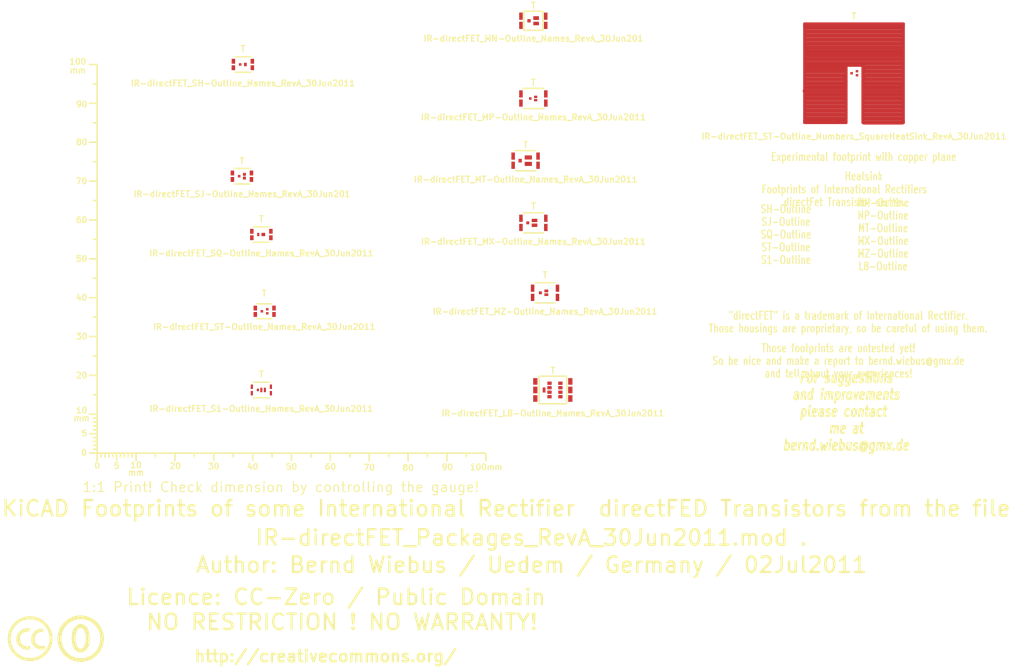
<source format=kicad_pcb>
(kicad_pcb (version 3) (host pcbnew "(2013-03-30 BZR 4007)-stable")

  (general
    (links 0)
    (no_connects 0)
    (area -12.40696 24.91232 289.553066 198.1694)
    (thickness 1.6002)
    (drawings 14)
    (tracks 0)
    (zones 0)
    (modules 15)
    (nets 1)
  )

  (page A4)
  (layers
    (15 Vorderseite signal)
    (0 Rückseite signal)
    (16 B.Adhes user)
    (17 F.Adhes user)
    (18 B.Paste user)
    (19 F.Paste user)
    (20 B.SilkS user)
    (21 F.SilkS user)
    (22 B.Mask user)
    (23 F.Mask user)
    (24 Dwgs.User user)
    (25 Cmts.User user)
    (26 Eco1.User user)
    (27 Eco2.User user)
    (28 Edge.Cuts user)
  )

  (setup
    (last_trace_width 0.2032)
    (trace_clearance 0.254)
    (zone_clearance 0.508)
    (zone_45_only no)
    (trace_min 0.2032)
    (segment_width 0.381)
    (edge_width 0.381)
    (via_size 0.889)
    (via_drill 0.635)
    (via_min_size 0.889)
    (via_min_drill 0.508)
    (uvia_size 0.508)
    (uvia_drill 0.127)
    (uvias_allowed no)
    (uvia_min_size 0.508)
    (uvia_min_drill 0.127)
    (pcb_text_width 0.3048)
    (pcb_text_size 1.524 2.032)
    (mod_edge_width 0.381)
    (mod_text_size 1.524 1.524)
    (mod_text_width 0.3048)
    (pad_size 1.524 1.524)
    (pad_drill 0.8128)
    (pad_to_mask_clearance 0.254)
    (aux_axis_origin 0 0)
    (visible_elements 7FFFFFFF)
    (pcbplotparams
      (layerselection 3178497)
      (usegerberextensions true)
      (excludeedgelayer true)
      (linewidth 60)
      (plotframeref false)
      (viasonmask false)
      (mode 1)
      (useauxorigin false)
      (hpglpennumber 1)
      (hpglpenspeed 20)
      (hpglpendiameter 15)
      (hpglpenoverlay 0)
      (psnegative false)
      (psa4output false)
      (plotreference true)
      (plotvalue true)
      (plotothertext true)
      (plotinvisibletext false)
      (padsonsilk false)
      (subtractmaskfromsilk false)
      (outputformat 1)
      (mirror false)
      (drillshape 1)
      (scaleselection 1)
      (outputdirectory ""))
  )

  (net 0 "")

  (net_class Default "Dies ist die voreingestellte Netzklasse."
    (clearance 0.254)
    (trace_width 0.2032)
    (via_dia 0.889)
    (via_drill 0.635)
    (uvia_dia 0.508)
    (uvia_drill 0.127)
    (add_net "")
  )

  (module Gauge_100mm_Type2_SilkScreenTop_RevA_Date22Jun2010 (layer Vorderseite) (tedit 4D963937) (tstamp 4D88F07A)
    (at 42.75074 141.2494)
    (descr "Gauge, Massstab, 100mm, SilkScreenTop, Type 2,")
    (tags "Gauge, Massstab, 100mm, SilkScreenTop, Type 2,")
    (path Gauge_100mm_Type2_SilkScreenTop_RevA_Date22Jun2010)
    (fp_text reference MSC (at 4.0005 8.99922) (layer F.SilkS) hide
      (effects (font (size 1.524 1.524) (thickness 0.3048)))
    )
    (fp_text value Gauge_100mm_Type2_SilkScreenTop_RevA_Date22Jun2010 (at 45.9994 8.99922) (layer F.SilkS) hide
      (effects (font (size 1.524 1.524) (thickness 0.3048)))
    )
    (fp_text user mm (at 9.99998 5.00126) (layer F.SilkS)
      (effects (font (size 1.524 1.524) (thickness 0.3048)))
    )
    (fp_text user mm (at -4.0005 -8.99922) (layer F.SilkS)
      (effects (font (size 1.524 1.524) (thickness 0.3048)))
    )
    (fp_text user mm (at -5.00126 -98.5012) (layer F.SilkS)
      (effects (font (size 1.524 1.524) (thickness 0.3048)))
    )
    (fp_text user 10 (at 10.00506 3.0988) (layer F.SilkS)
      (effects (font (size 1.50114 1.50114) (thickness 0.29972)))
    )
    (fp_text user 0 (at 0.00508 3.19786) (layer F.SilkS)
      (effects (font (size 1.39954 1.50114) (thickness 0.29972)))
    )
    (fp_text user 5 (at 5.0038 3.29946) (layer F.SilkS)
      (effects (font (size 1.50114 1.50114) (thickness 0.29972)))
    )
    (fp_text user 20 (at 20.1041 3.29946) (layer F.SilkS)
      (effects (font (size 1.50114 1.50114) (thickness 0.29972)))
    )
    (fp_text user 30 (at 30.00502 3.39852) (layer F.SilkS)
      (effects (font (size 1.50114 1.50114) (thickness 0.29972)))
    )
    (fp_text user 40 (at 40.005 3.50012) (layer F.SilkS)
      (effects (font (size 1.50114 1.50114) (thickness 0.29972)))
    )
    (fp_text user 50 (at 50.00498 3.50012) (layer F.SilkS)
      (effects (font (size 1.50114 1.50114) (thickness 0.29972)))
    )
    (fp_text user 60 (at 60.00496 3.50012) (layer F.SilkS)
      (effects (font (size 1.50114 1.50114) (thickness 0.29972)))
    )
    (fp_text user 70 (at 70.00494 3.70078) (layer F.SilkS)
      (effects (font (size 1.50114 1.50114) (thickness 0.29972)))
    )
    (fp_text user 80 (at 80.00492 3.79984) (layer F.SilkS)
      (effects (font (size 1.50114 1.50114) (thickness 0.29972)))
    )
    (fp_text user 90 (at 90.1065 3.60172) (layer F.SilkS)
      (effects (font (size 1.50114 1.50114) (thickness 0.29972)))
    )
    (fp_text user 100mm (at 100.10648 3.60172) (layer F.SilkS)
      (effects (font (size 1.50114 1.50114) (thickness 0.29972)))
    )
    (fp_line (start 0 -8.99922) (end -1.00076 -8.99922) (layer F.SilkS) (width 0.381))
    (fp_line (start 0 -8.001) (end -1.00076 -8.001) (layer F.SilkS) (width 0.381))
    (fp_line (start 0 -7.00024) (end -1.00076 -7.00024) (layer F.SilkS) (width 0.381))
    (fp_line (start 0 -5.99948) (end -1.00076 -5.99948) (layer F.SilkS) (width 0.381))
    (fp_line (start 0 -4.0005) (end -1.00076 -4.0005) (layer F.SilkS) (width 0.381))
    (fp_line (start 0 -2.99974) (end -1.00076 -2.99974) (layer F.SilkS) (width 0.381))
    (fp_line (start 0 -1.99898) (end -1.00076 -1.99898) (layer F.SilkS) (width 0.381))
    (fp_line (start 0 -1.00076) (end -1.00076 -1.00076) (layer F.SilkS) (width 0.381))
    (fp_line (start 0 0) (end -1.99898 0) (layer F.SilkS) (width 0.381))
    (fp_line (start 0 -5.00126) (end -1.99898 -5.00126) (layer F.SilkS) (width 0.381))
    (fp_line (start 0 -9.99998) (end -1.99898 -9.99998) (layer F.SilkS) (width 0.381))
    (fp_line (start 0 -15.00124) (end -1.00076 -15.00124) (layer F.SilkS) (width 0.381))
    (fp_line (start 0 -19.99996) (end -1.99898 -19.99996) (layer F.SilkS) (width 0.381))
    (fp_line (start 0 -25.00122) (end -1.00076 -25.00122) (layer F.SilkS) (width 0.381))
    (fp_line (start 0 -29.99994) (end -1.99898 -29.99994) (layer F.SilkS) (width 0.381))
    (fp_line (start 0 -35.0012) (end -1.00076 -35.0012) (layer F.SilkS) (width 0.381))
    (fp_line (start 0 -39.99992) (end -1.99898 -39.99992) (layer F.SilkS) (width 0.381))
    (fp_line (start 0 -45.00118) (end -1.00076 -45.00118) (layer F.SilkS) (width 0.381))
    (fp_line (start 0 -49.9999) (end -1.99898 -49.9999) (layer F.SilkS) (width 0.381))
    (fp_line (start 0 -55.00116) (end -1.00076 -55.00116) (layer F.SilkS) (width 0.381))
    (fp_line (start 0 -59.99988) (end -1.99898 -59.99988) (layer F.SilkS) (width 0.381))
    (fp_line (start 0 -65.00114) (end -1.00076 -65.00114) (layer F.SilkS) (width 0.381))
    (fp_line (start 0 -69.99986) (end -1.99898 -69.99986) (layer F.SilkS) (width 0.381))
    (fp_line (start 0 -75.00112) (end -1.00076 -75.00112) (layer F.SilkS) (width 0.381))
    (fp_line (start 0 -79.99984) (end -1.99898 -79.99984) (layer F.SilkS) (width 0.381))
    (fp_line (start 0 -85.0011) (end -1.00076 -85.0011) (layer F.SilkS) (width 0.381))
    (fp_line (start 0 -89.99982) (end -1.99898 -89.99982) (layer F.SilkS) (width 0.381))
    (fp_line (start 0 -95.00108) (end -1.00076 -95.00108) (layer F.SilkS) (width 0.381))
    (fp_line (start 0 0) (end 0 -99.9998) (layer F.SilkS) (width 0.381))
    (fp_line (start 0 -99.9998) (end -1.99898 -99.9998) (layer F.SilkS) (width 0.381))
    (fp_text user 100 (at -4.99872 -100.7491) (layer F.SilkS)
      (effects (font (size 1.50114 1.50114) (thickness 0.29972)))
    )
    (fp_text user 90 (at -4.0005 -89.7509) (layer F.SilkS)
      (effects (font (size 1.50114 1.50114) (thickness 0.29972)))
    )
    (fp_text user 80 (at -4.0005 -79.99984) (layer F.SilkS)
      (effects (font (size 1.50114 1.50114) (thickness 0.29972)))
    )
    (fp_text user 70 (at -4.0005 -69.99986) (layer F.SilkS)
      (effects (font (size 1.50114 1.50114) (thickness 0.29972)))
    )
    (fp_text user 60 (at -4.0005 -59.99988) (layer F.SilkS)
      (effects (font (size 1.50114 1.50114) (thickness 0.29972)))
    )
    (fp_text user 50 (at -4.0005 -49.9999) (layer F.SilkS)
      (effects (font (size 1.50114 1.50114) (thickness 0.34036)))
    )
    (fp_text user 40 (at -4.0005 -39.99992) (layer F.SilkS)
      (effects (font (size 1.50114 1.50114) (thickness 0.29972)))
    )
    (fp_text user 30 (at -4.0005 -29.99994) (layer F.SilkS)
      (effects (font (size 1.50114 1.50114) (thickness 0.29972)))
    )
    (fp_text user 20 (at -4.0005 -19.99996) (layer F.SilkS)
      (effects (font (size 1.50114 1.50114) (thickness 0.29972)))
    )
    (fp_line (start 95.00108 0) (end 95.00108 1.00076) (layer F.SilkS) (width 0.381))
    (fp_line (start 89.99982 0) (end 89.99982 1.99898) (layer F.SilkS) (width 0.381))
    (fp_line (start 85.0011 0) (end 85.0011 1.00076) (layer F.SilkS) (width 0.381))
    (fp_line (start 79.99984 0) (end 79.99984 1.99898) (layer F.SilkS) (width 0.381))
    (fp_line (start 75.00112 0) (end 75.00112 1.00076) (layer F.SilkS) (width 0.381))
    (fp_line (start 69.99986 0) (end 69.99986 1.99898) (layer F.SilkS) (width 0.381))
    (fp_line (start 65.00114 0) (end 65.00114 1.00076) (layer F.SilkS) (width 0.381))
    (fp_line (start 59.99988 0) (end 59.99988 1.99898) (layer F.SilkS) (width 0.381))
    (fp_line (start 55.00116 0) (end 55.00116 1.00076) (layer F.SilkS) (width 0.381))
    (fp_line (start 49.9999 0) (end 49.9999 1.99898) (layer F.SilkS) (width 0.381))
    (fp_line (start 45.00118 0) (end 45.00118 1.00076) (layer F.SilkS) (width 0.381))
    (fp_line (start 39.99992 0) (end 39.99992 1.99898) (layer F.SilkS) (width 0.381))
    (fp_line (start 35.0012 0) (end 35.0012 1.00076) (layer F.SilkS) (width 0.381))
    (fp_line (start 29.99994 0) (end 29.99994 1.99898) (layer F.SilkS) (width 0.381))
    (fp_line (start 25.00122 0) (end 25.00122 1.00076) (layer F.SilkS) (width 0.381))
    (fp_line (start 19.99996 0) (end 19.99996 1.99898) (layer F.SilkS) (width 0.381))
    (fp_line (start 15.00124 0) (end 15.00124 1.00076) (layer F.SilkS) (width 0.381))
    (fp_line (start 9.99998 0) (end 99.9998 0) (layer F.SilkS) (width 0.381))
    (fp_line (start 99.9998 0) (end 99.9998 1.99898) (layer F.SilkS) (width 0.381))
    (fp_text user 5 (at -3.302 -5.10286) (layer F.SilkS)
      (effects (font (size 1.50114 1.50114) (thickness 0.29972)))
    )
    (fp_text user 0 (at -3.4036 -0.10414) (layer F.SilkS)
      (effects (font (size 1.50114 1.50114) (thickness 0.29972)))
    )
    (fp_text user 10 (at -4.0005 -11.00074) (layer F.SilkS)
      (effects (font (size 1.50114 1.50114) (thickness 0.29972)))
    )
    (fp_line (start 8.99922 0) (end 8.99922 1.00076) (layer F.SilkS) (width 0.381))
    (fp_line (start 8.001 0) (end 8.001 1.00076) (layer F.SilkS) (width 0.381))
    (fp_line (start 7.00024 0) (end 7.00024 1.00076) (layer F.SilkS) (width 0.381))
    (fp_line (start 5.99948 0) (end 5.99948 1.00076) (layer F.SilkS) (width 0.381))
    (fp_line (start 4.0005 0) (end 4.0005 1.00076) (layer F.SilkS) (width 0.381))
    (fp_line (start 2.99974 0) (end 2.99974 1.00076) (layer F.SilkS) (width 0.381))
    (fp_line (start 1.99898 0) (end 1.99898 1.00076) (layer F.SilkS) (width 0.381))
    (fp_line (start 1.00076 0) (end 1.00076 1.00076) (layer F.SilkS) (width 0.381))
    (fp_line (start 5.00126 0) (end 5.00126 1.99898) (layer F.SilkS) (width 0.381))
    (fp_line (start 0 0) (end 0 1.99898) (layer F.SilkS) (width 0.381))
    (fp_line (start 0 0) (end 9.99998 0) (layer F.SilkS) (width 0.381))
    (fp_line (start 9.99998 0) (end 9.99998 1.99898) (layer F.SilkS) (width 0.381))
  )

  (module IR-directFET_MN-Outline_Names_RevA_30Jun2011 (layer Vorderseite) (tedit 4E0CD9FD) (tstamp 4E0CD9B4)
    (at 154.99842 29.99994)
    (descr "IR-directFET, MN-Outline, Pads with Names,")
    (tags "IR-directFET, MN-Outline, Pads with Names,")
    (path IR-directFET_MN-Outline_Names_RevA_30Jun2011)
    (fp_text reference T (at 0.01016 -3.91922) (layer F.SilkS)
      (effects (font (size 1.524 1.524) (thickness 0.3048)))
    )
    (fp_text value IR-directFET_MN-Outline_Names_RevA_30Jun201 (at 0 4.572) (layer F.SilkS)
      (effects (font (size 1.524 1.524) (thickness 0.3048)))
    )
    (fp_line (start -2.44094 -2.4511) (end 2.4511 -2.4511) (layer F.SilkS) (width 0.381))
    (fp_line (start 2.4511 -2.4511) (end 2.4511 2.4511) (layer F.SilkS) (width 0.381))
    (fp_line (start 2.4511 2.4511) (end -2.4511 2.4511) (layer F.SilkS) (width 0.381))
    (fp_line (start -2.4511 2.4511) (end -2.4511 -2.4511) (layer F.SilkS) (width 0.381))
    (fp_line (start -2.4511 -2.4511) (end -2.4511 -2.46126) (layer F.SilkS) (width 0.381))
    (pad G smd rect (at -1.12014 0) (size 0.8509 0.8509)
      (layers Vorderseite F.Paste F.Mask)
    )
    (pad D smd rect (at -3.2004 -1.1811) (size 0.89916 1.84912)
      (layers Vorderseite F.Paste F.Mask)
    )
    (pad D smd rect (at -3.2004 1.1811) (size 0.89916 1.84912)
      (layers Vorderseite F.Paste F.Mask)
    )
    (pad D smd rect (at 3.18008 -1.1811) (size 0.89916 1.84912)
      (layers Vorderseite F.Paste F.Mask)
    )
    (pad D smd rect (at 3.18008 1.1811) (size 0.89916 1.84912)
      (layers Vorderseite F.Paste F.Mask)
    )
    (pad S smd rect (at 0.70104 -0.70104) (size 1.45034 0.94996)
      (layers Vorderseite F.Paste F.Mask)
    )
    (pad S smd rect (at 0.70104 0.70104) (size 1.45034 0.89916)
      (layers Vorderseite F.Paste F.Mask)
    )
  )

  (module IR-directFET_MZ-Outline_Names_RevA_30Jun2011 (layer Vorderseite) (tedit 4E0CEEBF) (tstamp 4E0CE520)
    (at 157.99816 99.99726)
    (descr "IR-directFET, MZ-Outline, Pads with Names,")
    (tags "IR-directFET, MZ-Outline, Pads with Names,")
    (path IR-directFET_MZ-Outline_Names_RevA_30Jun2011)
    (fp_text reference T (at 0 -4.572) (layer F.SilkS)
      (effects (font (size 1.524 1.524) (thickness 0.3048)))
    )
    (fp_text value IR-directFET_MZ-Outline_Names_RevA_30Jun2011 (at 0 4.826) (layer F.SilkS)
      (effects (font (size 1.524 1.524) (thickness 0.3048)))
    )
    (fp_line (start 2.60096 2.60096) (end -2.60096 2.60096) (layer F.SilkS) (width 0.381))
    (fp_line (start -2.60096 -2.60096) (end 2.60096 -2.60096) (layer F.SilkS) (width 0.381))
    (pad G smd rect (at -1.19888 0) (size 0.7493 0.7493)
      (layers Vorderseite F.Paste F.Mask)
    )
    (pad S smd rect (at 0.3302 -0.48006) (size 1.00076 0.70104)
      (layers Vorderseite F.Paste F.Mask)
    )
    (pad S smd rect (at 0.3302 0.48006) (size 1.00076 0.70104)
      (layers Vorderseite F.Paste F.Mask)
    )
    (pad D smd rect (at -3.19786 -1.1811) (size 0.89916 1.84912)
      (layers Vorderseite F.Paste F.Mask)
    )
    (pad D smd rect (at -3.19786 1.1811) (size 0.89916 1.84912)
      (layers Vorderseite F.Paste F.Mask)
    )
    (pad D smd rect (at 3.2004 -1.1811) (size 0.89916 1.84912)
      (layers Vorderseite F.Paste F.Mask)
    )
    (pad D smd rect (at 3.2004 1.1811) (size 0.89916 1.84912)
      (layers Vorderseite F.Paste F.Mask)
    )
  )

  (module IR-directFET_S1-Outline_Names_RevA_30Jun2011 (layer Vorderseite) (tedit 4E0CF2D1) (tstamp 4E0CF2BD)
    (at 84.99856 125.00102)
    (descr "IR-directFET, S1-Outline, Pads with Names,")
    (tags "IR-directFET, S1-Outline, Pads with Names,")
    (path IR-directFET_S1-Outline_Names_RevA_30Jun2011)
    (fp_text reference T (at 0 -4.0005) (layer F.SilkS)
      (effects (font (size 1.524 1.524) (thickness 0.3048)))
    )
    (fp_text value IR-directFET_S1-Outline_Names_RevA_30Jun2011 (at 0 4.826) (layer F.SilkS)
      (effects (font (size 1.524 1.524) (thickness 0.3048)))
    )
    (fp_line (start 1.99898 1.99898) (end -1.99898 1.99898) (layer F.SilkS) (width 0.381))
    (fp_line (start -1.99898 -1.99898) (end 1.99898 -1.99898) (layer F.SilkS) (width 0.381))
    (pad G smd rect (at -0.889 -0.01016) (size 0.55118 0.65024)
      (layers Vorderseite F.Paste F.Mask)
    )
    (pad S smd rect (at 0 0) (size 0.55118 1.15062)
      (layers Vorderseite F.Paste F.Mask)
    )
    (pad S smd rect (at 0.9017 0) (size 0.55118 1.15062)
      (layers Vorderseite F.Paste F.Mask)
    )
    (pad D smd rect (at -2.44856 -0.83058) (size 0.55118 1.15062)
      (layers Vorderseite F.Paste F.Mask)
    )
    (pad D smd rect (at -2.44856 0.83058) (size 0.55118 1.15062)
      (layers Vorderseite F.Paste F.Mask)
    )
    (pad D smd rect (at 2.4511 -0.83058) (size 0.55118 1.15062)
      (layers Vorderseite F.Paste F.Mask)
    )
    (pad D smd rect (at 2.4511 0.83058) (size 0.55118 1.15062)
      (layers Vorderseite F.Paste F.Mask)
    )
  )

  (module IR-directFET_MP-Outline_Names_RevA_30Jun2011 (layer Vorderseite) (tedit 4E0CFA3D) (tstamp 4E0CFA22)
    (at 154.99842 49.9999)
    (descr "IR-directFET, MP-Outline, Pads with Names,")
    (tags "IR-directFET, MP-Outline, Pads with Names,")
    (path IR-directFET_MP-Outline_Names_RevA_30Jun2011)
    (fp_text reference T (at 0 -4.09956) (layer F.SilkS)
      (effects (font (size 1.524 1.524) (thickness 0.3048)))
    )
    (fp_text value IR-directFET_MP-Outline_Names_RevA_30Jun2011 (at 0 4.826) (layer F.SilkS)
      (effects (font (size 1.524 1.524) (thickness 0.3048)))
    )
    (fp_line (start 2.60096 2.60096) (end -2.60096 2.60096) (layer F.SilkS) (width 0.381))
    (fp_line (start -2.60096 -2.60096) (end 2.60096 -2.60096) (layer F.SilkS) (width 0.381))
    (pad G smd rect (at -0.8001 0) (size 0.65024 0.65024)
      (layers Vorderseite F.Paste F.Mask)
    )
    (pad S smd rect (at 0.58928 -0.4191) (size 0.83058 0.59944)
      (layers Vorderseite F.Paste F.Mask)
    )
    (pad S smd rect (at 0.58928 0.4191) (size 0.83058 0.59944)
      (layers Vorderseite F.Paste F.Mask)
    )
    (pad D smd rect (at -3.2004 -1.1811) (size 0.89916 1.84912)
      (layers Vorderseite F.Paste F.Mask)
    )
    (pad D smd rect (at -3.2004 1.1811) (size 0.89916 1.84912)
      (layers Vorderseite F.Paste F.Mask)
    )
    (pad D smd rect (at 3.2004 -1.1811) (size 0.89916 1.84912)
      (layers Vorderseite F.Paste F.Mask)
    )
    (pad D smd rect (at 3.2004 1.1811) (size 0.89916 1.84912)
      (layers Vorderseite F.Paste F.Mask)
    )
  )

  (module IR-directFET_MT-Outline_Names_RevA_30Jun2011 (layer Vorderseite) (tedit 4E0CFFED) (tstamp 4E0CFFE1)
    (at 152.99944 65.99936)
    (descr "IR-directFET, MT-Outline, Pads with Names,")
    (tags "IR-directFET, MT-Outline, Pads with Names,")
    (path IR-directFET_MT-Outline_Names_RevA_30Jun2011)
    (fp_text reference T (at 0 -4.09956) (layer F.SilkS)
      (effects (font (size 1.524 1.524) (thickness 0.3048)))
    )
    (fp_text value IR-directFET_MT-Outline_Names_RevA_30Jun2011 (at 0 4.826) (layer F.SilkS)
      (effects (font (size 1.524 1.524) (thickness 0.3048)))
    )
    (fp_line (start 2.60096 2.60096) (end -2.60096 2.60096) (layer F.SilkS) (width 0.381))
    (fp_line (start -2.60096 -2.60096) (end 2.60096 -2.60096) (layer F.SilkS) (width 0.381))
    (pad G smd rect (at -1.4097 0) (size 0.8509 0.94996)
      (layers Vorderseite F.Paste F.Mask)
    )
    (pad S smd rect (at 0.69088 -0.83058) (size 1.84912 1.04902)
      (layers Vorderseite F.Paste F.Mask)
    )
    (pad S smd rect (at 0.69088 0.83058) (size 1.84912 1.04902)
      (layers Vorderseite F.Paste F.Mask)
    )
    (pad D smd rect (at -3.21056 -1.1811) (size 0.89916 1.84912)
      (layers Vorderseite F.Paste F.Mask)
    )
    (pad D smd rect (at -3.21056 1.1811) (size 0.89916 1.84912)
      (layers Vorderseite F.Paste F.Mask)
    )
    (pad D smd rect (at 3.2004 -1.1811) (size 0.89916 1.84912)
      (layers Vorderseite F.Paste F.Mask)
    )
    (pad D smd rect (at 3.2004 1.1811) (size 0.89916 1.84912)
      (layers Vorderseite F.Paste F.Mask)
    )
  )

  (module IR-directFET_MX-Outline_Names_RevA_30Jun2011 (layer Vorderseite) (tedit 4E0D03E4) (tstamp 4E0D03CF)
    (at 154.99842 81.99882)
    (descr "IR-directFET, MX-Outline, Pads with Names,")
    (tags "IR-directFET, MX-Outline, Pads with Names,")
    (path IR-directFET_MX-Outline_Names_RevA_30Jun2011)
    (fp_text reference T (at 0.03048 -4.3307) (layer F.SilkS)
      (effects (font (size 1.524 1.524) (thickness 0.3048)))
    )
    (fp_text value IR-directFET_MX-Outline_Names_RevA_30Jun2011 (at 0 4.826) (layer F.SilkS)
      (effects (font (size 1.524 1.524) (thickness 0.3048)))
    )
    (fp_line (start 2.60096 2.60096) (end -2.60096 2.60096) (layer F.SilkS) (width 0.381))
    (fp_line (start -2.60096 -2.60096) (end 2.60096 -2.60096) (layer F.SilkS) (width 0.381))
    (pad G smd rect (at -1.45034 0) (size 0.7493 0.7493)
      (layers Vorderseite F.Paste F.Mask)
    )
    (pad S smd rect (at 0.29972 -0.6096) (size 1.45034 0.87122)
      (layers Vorderseite F.Paste F.Mask)
    )
    (pad S smd rect (at 0.29972 0.6096) (size 1.45034 0.87122)
      (layers Vorderseite F.Paste F.Mask)
    )
    (pad D smd rect (at -3.2004 -1.1811) (size 0.89916 1.84912)
      (layers Vorderseite F.Paste F.Mask)
    )
    (pad D smd rect (at -3.2004 1.1811) (size 0.89916 1.84912)
      (layers Vorderseite F.Paste F.Mask)
    )
    (pad D smd rect (at 3.2004 1.1811) (size 0.89916 1.84912)
      (layers Vorderseite F.Paste F.Mask)
    )
    (pad D smd rect (at 3.2004 -1.1811) (size 0.89916 1.84912)
      (layers Vorderseite F.Paste F.Mask)
    )
  )

  (module IR-directFET_L8-Outline_Names_RevA_30Jun2011 (layer Vorderseite) (tedit 4E0D112B) (tstamp 4E0D1118)
    (at 159.99968 125.00102)
    (descr "IR-directFET, L8-Outline, Pads with Names,")
    (tags "IR-directFET, L8-Outline, Pads with Names,")
    (path IR-directFET_L8-Outline_Names_RevA_30Jun2011)
    (fp_text reference T (at 0 -5.00126) (layer F.SilkS)
      (effects (font (size 1.524 1.524) (thickness 0.3048)))
    )
    (fp_text value IR-directFET_L8-Outline_Names_RevA_30Jun2011 (at 0 5.99948) (layer F.SilkS)
      (effects (font (size 1.524 1.524) (thickness 0.3048)))
    )
    (fp_line (start -3.55092 -3.55092) (end 3.55092 -3.55092) (layer F.SilkS) (width 0.381))
    (fp_line (start 3.55092 -3.55092) (end 3.55092 3.55092) (layer F.SilkS) (width 0.381))
    (fp_line (start 3.55092 3.55092) (end -3.55092 3.55092) (layer F.SilkS) (width 0.381))
    (fp_line (start -3.55092 3.55092) (end -3.55092 -3.55092) (layer F.SilkS) (width 0.381))
    (pad G smd rect (at -2.25044 0) (size 0.70104 1.30048)
      (layers Vorderseite F.Paste F.Mask)
    )
    (pad S smd rect (at -0.8509 -0.57912) (size 1.09982 0.8509)
      (layers Vorderseite F.Paste F.Mask)
    )
    (pad S smd rect (at -0.8509 0.57912) (size 1.09982 0.8509)
      (layers Vorderseite F.Paste F.Mask)
    )
    (pad S smd rect (at 1.95072 0.57912) (size 1.09982 0.8509)
      (layers Vorderseite F.Paste F.Mask)
    )
    (pad S smd rect (at 1.95072 -0.57912) (size 1.09982 0.8509)
      (layers Vorderseite F.Paste F.Mask)
    )
    (pad S smd rect (at -0.8509 -1.72974) (size 1.09982 0.8509)
      (layers Vorderseite F.Paste F.Mask)
    )
    (pad S smd rect (at 1.95072 -1.72974) (size 1.09982 0.8509)
      (layers Vorderseite F.Paste F.Mask)
    )
    (pad S smd rect (at -0.8509 1.72974) (size 1.09982 0.8509)
      (layers Vorderseite F.Paste F.Mask)
    )
    (pad S smd rect (at 1.95072 1.72974) (size 1.09982 0.8509)
      (layers Vorderseite F.Paste F.Mask)
    )
    (pad D smd rect (at -4.50088 0) (size 1.09982 1.69926)
      (layers Vorderseite F.Paste F.Mask)
    )
    (pad D smd rect (at -4.50088 -2.19964) (size 1.09982 1.69926)
      (layers Vorderseite F.Paste F.Mask)
    )
    (pad D smd rect (at -4.50088 2.19964) (size 1.09982 1.69926)
      (layers Vorderseite F.Paste F.Mask)
    )
    (pad D smd rect (at 4.49834 0) (size 1.09982 1.69926)
      (layers Vorderseite F.Paste F.Mask)
    )
    (pad D smd rect (at 4.49834 2.19964) (size 1.09982 1.69926)
      (layers Vorderseite F.Paste F.Mask)
    )
    (pad D smd rect (at 4.49834 -2.19964) (size 1.09982 1.69926)
      (layers Vorderseite F.Paste F.Mask)
    )
  )

  (module Symbol_CC-PublicDomain_SilkScreenTop_Big (layer Vorderseite) (tedit 515D641F) (tstamp 515F0B64)
    (at 38.5 189)
    (descr "Symbol, CC-PublicDomain, SilkScreen Top, Big,")
    (tags "Symbol, CC-PublicDomain, SilkScreen Top, Big,")
    (path Symbol_CC-Noncommercial_CopperTop_Big)
    (fp_text reference Sym (at 0.59944 -7.29996) (layer F.SilkS) hide
      (effects (font (size 1.524 1.524) (thickness 0.3048)))
    )
    (fp_text value Symbol_CC-PublicDomain_SilkScreenTop_Big (at 0.59944 8.001) (layer F.SilkS) hide
      (effects (font (size 1.524 1.524) (thickness 0.3048)))
    )
    (fp_circle (center 0 0) (end 5.8 -0.05) (layer F.SilkS) (width 0.381))
    (fp_circle (center 0 0) (end 5.5 0) (layer F.SilkS) (width 0.381))
    (fp_circle (center 0.05 0) (end 5.25 0) (layer F.SilkS) (width 0.381))
    (fp_line (start 1.1 -2.5) (end 1.4 -1.9) (layer F.SilkS) (width 0.381))
    (fp_line (start -1.8 1.2) (end -1.6 1.9) (layer F.SilkS) (width 0.381))
    (fp_line (start -1.6 1.9) (end -1.2 2.5) (layer F.SilkS) (width 0.381))
    (fp_line (start 0 -3) (end 0.75 -2.75) (layer F.SilkS) (width 0.381))
    (fp_line (start 0.75 -2.75) (end 1 -2.25) (layer F.SilkS) (width 0.381))
    (fp_line (start 1 -2.25) (end 1.5 -1) (layer F.SilkS) (width 0.381))
    (fp_line (start 1.5 -1) (end 1.5 -0.5) (layer F.SilkS) (width 0.381))
    (fp_line (start 1.5 -0.5) (end 1.5 0.5) (layer F.SilkS) (width 0.381))
    (fp_line (start 1.5 0.5) (end 1.25 1.5) (layer F.SilkS) (width 0.381))
    (fp_line (start 1.25 1.5) (end 0.75 2.5) (layer F.SilkS) (width 0.381))
    (fp_line (start 0.75 2.5) (end 0.25 2.75) (layer F.SilkS) (width 0.381))
    (fp_line (start 0.25 2.75) (end -0.25 2.75) (layer F.SilkS) (width 0.381))
    (fp_line (start -0.25 2.75) (end -0.75 2.5) (layer F.SilkS) (width 0.381))
    (fp_line (start -0.75 2.5) (end -1.25 1.75) (layer F.SilkS) (width 0.381))
    (fp_line (start -1.25 1.75) (end -1.5 0.75) (layer F.SilkS) (width 0.381))
    (fp_line (start -1.5 0.75) (end -1.5 -0.75) (layer F.SilkS) (width 0.381))
    (fp_line (start -1.5 -0.75) (end -1.25 -1.75) (layer F.SilkS) (width 0.381))
    (fp_line (start -1.25 -1.75) (end -1 -2.5) (layer F.SilkS) (width 0.381))
    (fp_line (start -1 -2.5) (end -0.3 -2.9) (layer F.SilkS) (width 0.381))
    (fp_line (start -0.3 -2.9) (end 0.2 -3) (layer F.SilkS) (width 0.381))
    (fp_line (start 0.2 -3) (end 0.8 -3) (layer F.SilkS) (width 0.381))
    (fp_line (start 0.8 -3) (end 1.4 -2.3) (layer F.SilkS) (width 0.381))
    (fp_line (start 1.4 -2.3) (end 1.6 -1.4) (layer F.SilkS) (width 0.381))
    (fp_line (start 1.6 -1.4) (end 1.7 -0.3) (layer F.SilkS) (width 0.381))
    (fp_line (start 1.7 -0.3) (end 1.7 0.9) (layer F.SilkS) (width 0.381))
    (fp_line (start 1.7 0.9) (end 1.4 1.8) (layer F.SilkS) (width 0.381))
    (fp_line (start 1.4 1.8) (end 1 2.7) (layer F.SilkS) (width 0.381))
    (fp_line (start 1 2.7) (end 0.5 3) (layer F.SilkS) (width 0.381))
    (fp_line (start 0.5 3) (end -0.4 3) (layer F.SilkS) (width 0.381))
    (fp_line (start -0.4 3) (end -1.3 2.3) (layer F.SilkS) (width 0.381))
    (fp_line (start -1.3 2.3) (end -1.7 1) (layer F.SilkS) (width 0.381))
    (fp_line (start -1.7 1) (end -1.8 -0.7) (layer F.SilkS) (width 0.381))
    (fp_line (start -1.8 -0.7) (end -1.4 -2.2) (layer F.SilkS) (width 0.381))
    (fp_line (start -1.4 -2.2) (end -1 -2.9) (layer F.SilkS) (width 0.381))
    (fp_line (start -1 -2.9) (end -0.2 -3.3) (layer F.SilkS) (width 0.381))
    (fp_line (start -0.2 -3.3) (end 0.7 -3.2) (layer F.SilkS) (width 0.381))
    (fp_line (start 0.7 -3.2) (end 1.3 -3.1) (layer F.SilkS) (width 0.381))
    (fp_line (start 1.3 -3.1) (end 1.7 -2.4) (layer F.SilkS) (width 0.381))
    (fp_line (start 1.7 -2.4) (end 2 -1.6) (layer F.SilkS) (width 0.381))
    (fp_line (start 2 -1.6) (end 2.1 -0.6) (layer F.SilkS) (width 0.381))
    (fp_line (start 2.1 -0.6) (end 2.1 0.3) (layer F.SilkS) (width 0.381))
    (fp_line (start 2.1 0.3) (end 2.1 1.3) (layer F.SilkS) (width 0.381))
    (fp_line (start 2.1 1.3) (end 1.9 1.8) (layer F.SilkS) (width 0.381))
    (fp_line (start 1.9 1.8) (end 1.5 2.6) (layer F.SilkS) (width 0.381))
    (fp_line (start 1.5 2.6) (end 1.1 3) (layer F.SilkS) (width 0.381))
    (fp_line (start 1.1 3) (end 0.4 3.3) (layer F.SilkS) (width 0.381))
    (fp_line (start 0.4 3.3) (end -0.1 3.4) (layer F.SilkS) (width 0.381))
    (fp_line (start -0.1 3.4) (end -0.8 3.2) (layer F.SilkS) (width 0.381))
    (fp_line (start -0.8 3.2) (end -1.5 2.6) (layer F.SilkS) (width 0.381))
    (fp_line (start -1.5 2.6) (end -1.9 1.7) (layer F.SilkS) (width 0.381))
    (fp_line (start -1.9 1.7) (end -2.1 0.4) (layer F.SilkS) (width 0.381))
    (fp_line (start -2.1 0.4) (end -2.1 -0.6) (layer F.SilkS) (width 0.381))
    (fp_line (start -2.1 -0.6) (end -2 -1.6) (layer F.SilkS) (width 0.381))
    (fp_line (start -2 -1.6) (end -1.7 -2.4) (layer F.SilkS) (width 0.381))
    (fp_line (start -1.7 -2.4) (end -1.2 -3.1) (layer F.SilkS) (width 0.381))
    (fp_line (start -1.2 -3.1) (end -0.4 -3.6) (layer F.SilkS) (width 0.381))
    (fp_line (start -0.4 -3.6) (end 0.4 -3.6) (layer F.SilkS) (width 0.381))
    (fp_line (start 0.4 -3.6) (end 1.1 -3.2) (layer F.SilkS) (width 0.381))
    (fp_line (start 1.1 -3.2) (end 1.1 -2.9) (layer F.SilkS) (width 0.381))
    (fp_line (start 1.1 -2.9) (end 1.8 -1.5) (layer F.SilkS) (width 0.381))
    (fp_line (start 1.8 -1.5) (end 1.8 -0.4) (layer F.SilkS) (width 0.381))
    (fp_line (start 1.8 -0.4) (end 1.8 1.1) (layer F.SilkS) (width 0.381))
    (fp_line (start 1.8 1.1) (end 1.2 2.6) (layer F.SilkS) (width 0.381))
    (fp_line (start 1.2 2.6) (end 0.2 3.2) (layer F.SilkS) (width 0.381))
    (fp_line (start 0.2 3.2) (end -0.5 3.2) (layer F.SilkS) (width 0.381))
    (fp_line (start -0.5 3.2) (end -1.1 2.7) (layer F.SilkS) (width 0.381))
    (fp_line (start -1.1 2.7) (end -1.9 0.6) (layer F.SilkS) (width 0.381))
    (fp_line (start -1.9 0.6) (end -1.7 -1.9) (layer F.SilkS) (width 0.381))
  )

  (module Symbol_CreativeCommons_SilkScreenTop_Type2_Big (layer Vorderseite) (tedit 515D640C) (tstamp 515D6AF0)
    (at 25.5 189)
    (descr "Symbol, Creative Commons, SilkScreen Top, Type 2, Big,")
    (tags "Symbol, Creative Commons, SilkScreen Top, Type 2, Big,")
    (path Symbol_CreativeCommons_CopperTop_Type2_Big)
    (fp_text reference Sym (at 0.59944 -7.29996) (layer F.SilkS) hide
      (effects (font (size 1.524 1.524) (thickness 0.3048)))
    )
    (fp_text value Symbol_CreativeCommons_Typ2_SilkScreenTop_Big (at 0.59944 8.001) (layer F.SilkS) hide
      (effects (font (size 1.524 1.524) (thickness 0.3048)))
    )
    (fp_line (start -0.70104 2.70002) (end -0.29972 2.60096) (layer F.SilkS) (width 0.381))
    (fp_line (start -0.29972 2.60096) (end -0.20066 2.10058) (layer F.SilkS) (width 0.381))
    (fp_line (start -2.49936 -1.69926) (end -2.70002 -1.6002) (layer F.SilkS) (width 0.381))
    (fp_line (start -2.70002 -1.6002) (end -3.0988 -1.00076) (layer F.SilkS) (width 0.381))
    (fp_line (start -3.0988 -1.00076) (end -3.29946 -0.50038) (layer F.SilkS) (width 0.381))
    (fp_line (start -3.29946 -0.50038) (end -3.40106 0.39878) (layer F.SilkS) (width 0.381))
    (fp_line (start -3.40106 0.39878) (end -3.29946 0.89916) (layer F.SilkS) (width 0.381))
    (fp_line (start -0.19812 2.4003) (end -0.29718 2.59842) (layer F.SilkS) (width 0.381))
    (fp_line (start 3.70078 2.10058) (end 3.79984 2.4003) (layer F.SilkS) (width 0.381))
    (fp_line (start 2.99974 -2.4003) (end 3.29946 -2.30124) (layer F.SilkS) (width 0.381))
    (fp_line (start 3.29946 -2.30124) (end 3.0988 -1.99898) (layer F.SilkS) (width 0.381))
    (fp_line (start 0 -5.40004) (end -0.50038 -5.40004) (layer F.SilkS) (width 0.381))
    (fp_line (start -0.50038 -5.40004) (end -1.30048 -5.10032) (layer F.SilkS) (width 0.381))
    (fp_line (start -1.30048 -5.10032) (end -1.99898 -4.89966) (layer F.SilkS) (width 0.381))
    (fp_line (start -1.99898 -4.89966) (end -2.70002 -4.699) (layer F.SilkS) (width 0.381))
    (fp_line (start -2.70002 -4.699) (end -3.29946 -4.20116) (layer F.SilkS) (width 0.381))
    (fp_line (start -3.29946 -4.20116) (end -4.0005 -3.59918) (layer F.SilkS) (width 0.381))
    (fp_line (start -4.0005 -3.59918) (end -4.50088 -2.99974) (layer F.SilkS) (width 0.381))
    (fp_line (start -4.50088 -2.99974) (end -5.00126 -2.10058) (layer F.SilkS) (width 0.381))
    (fp_line (start -5.00126 -2.10058) (end -5.30098 -1.09982) (layer F.SilkS) (width 0.381))
    (fp_line (start -5.30098 -1.09982) (end -5.40004 0.09906) (layer F.SilkS) (width 0.381))
    (fp_line (start -5.40004 0.09906) (end -5.19938 1.30048) (layer F.SilkS) (width 0.381))
    (fp_line (start -5.19938 1.30048) (end -4.8006 2.4003) (layer F.SilkS) (width 0.381))
    (fp_line (start -4.8006 2.4003) (end -3.79984 3.8989) (layer F.SilkS) (width 0.381))
    (fp_line (start -3.79984 3.8989) (end -2.60096 4.8006) (layer F.SilkS) (width 0.381))
    (fp_line (start -2.60096 4.8006) (end -1.30048 5.30098) (layer F.SilkS) (width 0.381))
    (fp_line (start -1.30048 5.30098) (end 0.09906 5.30098) (layer F.SilkS) (width 0.381))
    (fp_line (start 0.09906 5.30098) (end 1.6002 5.19938) (layer F.SilkS) (width 0.381))
    (fp_line (start 1.6002 5.19938) (end 2.60096 4.699) (layer F.SilkS) (width 0.381))
    (fp_line (start 2.60096 4.699) (end 4.20116 3.40106) (layer F.SilkS) (width 0.381))
    (fp_line (start 4.20116 3.40106) (end 5.00126 1.80086) (layer F.SilkS) (width 0.381))
    (fp_line (start 5.00126 1.80086) (end 5.40004 0.29972) (layer F.SilkS) (width 0.381))
    (fp_line (start 5.40004 0.29972) (end 5.19938 -1.39954) (layer F.SilkS) (width 0.381))
    (fp_line (start 5.19938 -1.39954) (end 4.699 -2.49936) (layer F.SilkS) (width 0.381))
    (fp_line (start 4.699 -2.49936) (end 3.40106 -4.09956) (layer F.SilkS) (width 0.381))
    (fp_line (start 3.40106 -4.09956) (end 2.4003 -4.8006) (layer F.SilkS) (width 0.381))
    (fp_line (start 2.4003 -4.8006) (end 1.39954 -5.19938) (layer F.SilkS) (width 0.381))
    (fp_line (start 1.39954 -5.19938) (end 0 -5.30098) (layer F.SilkS) (width 0.381))
    (fp_line (start 0.60198 -0.70104) (end 0.50292 -0.20066) (layer F.SilkS) (width 0.381))
    (fp_line (start 0.50292 -0.20066) (end 0.50292 0.49784) (layer F.SilkS) (width 0.381))
    (fp_line (start 0.50292 0.49784) (end 0.60198 1.09982) (layer F.SilkS) (width 0.381))
    (fp_line (start 0.60198 1.09982) (end 1.00076 1.69926) (layer F.SilkS) (width 0.381))
    (fp_line (start 1.00076 1.69926) (end 1.50114 2.19964) (layer F.SilkS) (width 0.381))
    (fp_line (start 1.50114 2.19964) (end 2.10058 2.49936) (layer F.SilkS) (width 0.381))
    (fp_line (start 2.10058 2.49936) (end 2.60096 2.59842) (layer F.SilkS) (width 0.381))
    (fp_line (start 2.60096 2.59842) (end 3.00228 2.59842) (layer F.SilkS) (width 0.381))
    (fp_line (start 3.00228 2.59842) (end 3.40106 2.59842) (layer F.SilkS) (width 0.381))
    (fp_line (start 3.40106 2.59842) (end 3.80238 2.49936) (layer F.SilkS) (width 0.381))
    (fp_line (start 3.80238 2.49936) (end 3.70078 2.2987) (layer F.SilkS) (width 0.381))
    (fp_line (start 3.70078 2.2987) (end 2.80162 2.4003) (layer F.SilkS) (width 0.381))
    (fp_line (start 2.80162 2.4003) (end 1.80086 2.09804) (layer F.SilkS) (width 0.381))
    (fp_line (start 1.80086 2.09804) (end 1.20142 1.6002) (layer F.SilkS) (width 0.381))
    (fp_line (start 1.20142 1.6002) (end 0.80264 0.6985) (layer F.SilkS) (width 0.381))
    (fp_line (start 0.80264 0.6985) (end 0.70104 -0.29972) (layer F.SilkS) (width 0.381))
    (fp_line (start 0.70104 -0.29972) (end 1.00076 -1.00076) (layer F.SilkS) (width 0.381))
    (fp_line (start 1.00076 -1.00076) (end 1.60274 -1.7018) (layer F.SilkS) (width 0.381))
    (fp_line (start 1.60274 -1.7018) (end 2.30124 -2.10058) (layer F.SilkS) (width 0.381))
    (fp_line (start 2.30124 -2.10058) (end 3.00228 -2.10058) (layer F.SilkS) (width 0.381))
    (fp_line (start 3.00228 -2.10058) (end 3.10134 -1.89992) (layer F.SilkS) (width 0.381))
    (fp_line (start 3.10134 -1.89992) (end 2.5019 -1.89992) (layer F.SilkS) (width 0.381))
    (fp_line (start 2.5019 -1.89992) (end 1.80086 -1.6002) (layer F.SilkS) (width 0.381))
    (fp_line (start 1.80086 -1.6002) (end 1.30048 -1.00076) (layer F.SilkS) (width 0.381))
    (fp_line (start 1.30048 -1.00076) (end 1.00076 -0.40132) (layer F.SilkS) (width 0.381))
    (fp_line (start 1.00076 -0.40132) (end 1.00076 0.09906) (layer F.SilkS) (width 0.381))
    (fp_line (start 1.00076 0.09906) (end 1.00076 0.6985) (layer F.SilkS) (width 0.381))
    (fp_line (start 1.00076 0.6985) (end 1.30048 1.19888) (layer F.SilkS) (width 0.381))
    (fp_line (start 1.30048 1.19888) (end 1.7018 1.69926) (layer F.SilkS) (width 0.381))
    (fp_line (start 1.7018 1.69926) (end 2.30124 1.99898) (layer F.SilkS) (width 0.381))
    (fp_line (start 2.30124 1.99898) (end 2.90068 2.09804) (layer F.SilkS) (width 0.381))
    (fp_line (start 2.90068 2.09804) (end 3.40106 2.09804) (layer F.SilkS) (width 0.381))
    (fp_line (start 3.40106 2.09804) (end 3.70078 1.99898) (layer F.SilkS) (width 0.381))
    (fp_line (start 3.00228 -2.4003) (end 2.40284 -2.4003) (layer F.SilkS) (width 0.381))
    (fp_line (start 2.40284 -2.4003) (end 2.00152 -2.20218) (layer F.SilkS) (width 0.381))
    (fp_line (start 2.00152 -2.20218) (end 1.50114 -2.00152) (layer F.SilkS) (width 0.381))
    (fp_line (start 1.50114 -2.00152) (end 1.10236 -1.6002) (layer F.SilkS) (width 0.381))
    (fp_line (start 1.10236 -1.6002) (end 0.80264 -1.09982) (layer F.SilkS) (width 0.381))
    (fp_line (start 0.80264 -1.09982) (end 0.60198 -0.70104) (layer F.SilkS) (width 0.381))
    (fp_line (start -0.39878 -1.99898) (end -0.89916 -1.99898) (layer F.SilkS) (width 0.381))
    (fp_line (start -0.89916 -1.99898) (end -1.39954 -1.89738) (layer F.SilkS) (width 0.381))
    (fp_line (start -1.39954 -1.89738) (end -1.89992 -1.59766) (layer F.SilkS) (width 0.381))
    (fp_line (start -1.89992 -1.59766) (end -2.4003 -1.19888) (layer F.SilkS) (width 0.381))
    (fp_line (start -2.4003 -1.30048) (end -2.70002 -0.8001) (layer F.SilkS) (width 0.381))
    (fp_line (start -2.70002 -0.8001) (end -2.79908 -0.29972) (layer F.SilkS) (width 0.381))
    (fp_line (start -2.79908 -0.29972) (end -2.79908 0.20066) (layer F.SilkS) (width 0.381))
    (fp_line (start -2.79908 0.20066) (end -2.59842 1.00076) (layer F.SilkS) (width 0.381))
    (fp_line (start -2.69748 1.00076) (end -2.39776 1.39954) (layer F.SilkS) (width 0.381))
    (fp_line (start -2.29616 1.4986) (end -1.79578 1.89992) (layer F.SilkS) (width 0.381))
    (fp_line (start -1.79578 1.89992) (end -1.29794 2.09804) (layer F.SilkS) (width 0.381))
    (fp_line (start -1.29794 2.09804) (end -0.89662 2.19964) (layer F.SilkS) (width 0.381))
    (fp_line (start -0.89662 2.19964) (end -0.49784 2.19964) (layer F.SilkS) (width 0.381))
    (fp_line (start -0.49784 2.19964) (end -0.19812 2.09804) (layer F.SilkS) (width 0.381))
    (fp_line (start -0.19812 2.09804) (end -0.29718 2.4003) (layer F.SilkS) (width 0.381))
    (fp_line (start -0.29718 2.4003) (end -0.89662 2.49936) (layer F.SilkS) (width 0.381))
    (fp_line (start -0.89662 2.49936) (end -1.59766 2.2987) (layer F.SilkS) (width 0.381))
    (fp_line (start -1.59766 2.2987) (end -2.29616 1.79832) (layer F.SilkS) (width 0.381))
    (fp_line (start -2.29616 1.79832) (end -2.79654 1.29794) (layer F.SilkS) (width 0.381))
    (fp_line (start -2.79908 1.39954) (end -2.99974 0.70104) (layer F.SilkS) (width 0.381))
    (fp_line (start -2.99974 0.70104) (end -3.0988 0) (layer F.SilkS) (width 0.381))
    (fp_line (start -3.0988 0) (end -2.99974 -0.59944) (layer F.SilkS) (width 0.381))
    (fp_line (start -2.99974 -0.8001) (end -2.70002 -1.30048) (layer F.SilkS) (width 0.381))
    (fp_line (start -2.70002 -1.09982) (end -2.19964 -1.6002) (layer F.SilkS) (width 0.381))
    (fp_line (start -2.19964 -1.69926) (end -1.69926 -1.99898) (layer F.SilkS) (width 0.381))
    (fp_line (start -1.69926 -1.99898) (end -1.19888 -2.19964) (layer F.SilkS) (width 0.381))
    (fp_line (start -1.19888 -2.19964) (end -0.6985 -2.19964) (layer F.SilkS) (width 0.381))
    (fp_line (start -0.6985 -2.19964) (end -0.29972 -2.19964) (layer F.SilkS) (width 0.381))
    (fp_line (start -0.29972 -2.19964) (end -0.20066 -2.39776) (layer F.SilkS) (width 0.381))
    (fp_line (start -0.20066 -2.39776) (end -0.59944 -2.49936) (layer F.SilkS) (width 0.381))
    (fp_line (start -0.59944 -2.49936) (end -1.00076 -2.49936) (layer F.SilkS) (width 0.381))
    (fp_line (start -1.00076 -2.49936) (end -1.4986 -2.39776) (layer F.SilkS) (width 0.381))
    (fp_line (start -1.4986 -2.39776) (end -2.10058 -2.09804) (layer F.SilkS) (width 0.381))
    (fp_line (start -2.10058 -2.09804) (end -2.59842 -1.69926) (layer F.SilkS) (width 0.381))
    (fp_line (start -2.59842 -1.6002) (end -3.0988 -0.89916) (layer F.SilkS) (width 0.381))
    (fp_line (start -3.0988 -0.89916) (end -3.29946 -0.29972) (layer F.SilkS) (width 0.381))
    (fp_line (start -3.29946 -0.29972) (end -3.29946 0.40132) (layer F.SilkS) (width 0.381))
    (fp_line (start -3.29946 0.40132) (end -3.2004 1.00076) (layer F.SilkS) (width 0.381))
    (fp_line (start -3.29946 0.8001) (end -2.99974 1.39954) (layer F.SilkS) (width 0.381))
    (fp_line (start -2.89814 1.4986) (end -2.49682 1.99898) (layer F.SilkS) (width 0.381))
    (fp_line (start -2.49682 1.99898) (end -1.89738 2.4003) (layer F.SilkS) (width 0.381))
    (fp_line (start -1.89738 2.4003) (end -1.19634 2.59842) (layer F.SilkS) (width 0.381))
    (fp_line (start -1.19634 2.59842) (end -0.69596 2.70002) (layer F.SilkS) (width 0.381))
    (fp_line (start -2.9972 1.19888) (end -2.59842 1.19888) (layer F.SilkS) (width 0.381))
    (fp_circle (center 0 0) (end 5.08 1.016) (layer F.SilkS) (width 0.381))
    (fp_circle (center 0 0) (end 5.588 0) (layer F.SilkS) (width 0.381))
  )

  (module IR-directFET_SH-Outline_Names_RevA_30Jun2011 (layer Vorderseite) (tedit 52474052) (tstamp 524741C4)
    (at 80.25 41.25)
    (descr "IR-directFET, SH-Outline, Pads with Names,")
    (tags "IR-directFET, SH-Outline, Pads with Names,")
    (fp_text reference T (at 0 -4.064) (layer F.SilkS)
      (effects (font (size 1.524 1.524) (thickness 0.3048)))
    )
    (fp_text value IR-directFET_SH-Outline_Names_RevA_30Jun2011 (at 0 4.826) (layer F.SilkS)
      (effects (font (size 1.524 1.524) (thickness 0.3048)))
    )
    (fp_line (start 1.99898 1.99898) (end -1.99898 1.99898) (layer F.SilkS) (width 0.381))
    (fp_line (start -1.99898 -1.99898) (end 1.99898 -1.99898) (layer F.SilkS) (width 0.381))
    (pad G smd rect (at -0.70104 -0.01016) (size 0.65024 0.65024)
      (layers Vorderseite F.Paste F.Mask)
    )
    (pad S smd rect (at 0.64008 0) (size 0.70104 0.89916)
      (layers Vorderseite F.Paste F.Mask)
    )
    (pad D smd rect (at -2.44094 -0.83058) (size 0.89916 1.24968)
      (layers Vorderseite F.Paste F.Mask)
    )
    (pad D smd rect (at -2.4511 0.83058) (size 0.89916 1.24968)
      (layers Vorderseite F.Paste F.Mask)
    )
    (pad D smd rect (at 2.42824 -0.83058) (size 0.89916 1.24968)
      (layers Vorderseite F.Paste F.Mask)
    )
    (pad D smd rect (at 2.42824 0.83058) (size 0.89916 1.24968)
      (layers Vorderseite F.Paste F.Mask)
    )
    (model IR-directFET_Packages_Wings3d_RevB_28Sep2013/IR-directFET_SH-Outline_Faktor03937_RevA_28Sep2013.wrl
      (at (xyz 0 0 0))
      (scale (xyz 0.3937 0.3937 0.3937))
      (rotate (xyz 0 0 0))
    )
  )

  (module IR-directFET_SQ-Outline_Names_RevA_30Jun2011 (layer Vorderseite) (tedit 52474945) (tstamp 52474BD7)
    (at 85 85)
    (descr "IR-directFET, SQ-Outline, Pads with Names,")
    (tags "IR-directFET, SQ-Outline, Pads with Names,")
    (fp_text reference T (at 0 -4.0005) (layer F.SilkS)
      (effects (font (size 1.524 1.524) (thickness 0.3048)))
    )
    (fp_text value IR-directFET_SQ-Outline_Names_RevA_30Jun2011 (at 0 4.826) (layer F.SilkS)
      (effects (font (size 1.524 1.524) (thickness 0.3048)))
    )
    (fp_line (start 1.99898 1.99898) (end -1.99898 1.99898) (layer F.SilkS) (width 0.381))
    (fp_line (start -1.99898 -1.99898) (end 1.99898 -1.99898) (layer F.SilkS) (width 0.381))
    (pad G smd rect (at -0.8001 0) (size 0.55118 0.8509)
      (layers Vorderseite F.Paste F.Mask)
    )
    (pad S smd rect (at 0.50038 0) (size 0.94996 0.8509)
      (layers Vorderseite F.Paste F.Mask)
    )
    (pad D smd rect (at -2.4511 -0.83058) (size 0.89916 1.24968)
      (layers Vorderseite F.Paste F.Mask)
    )
    (pad D smd rect (at -2.4511 0.83058) (size 0.89916 1.24968)
      (layers Vorderseite F.Paste F.Mask)
    )
    (pad D smd rect (at 2.4511 -0.83058) (size 0.89916 1.24968)
      (layers Vorderseite F.Paste F.Mask)
    )
    (pad D smd rect (at 2.4511 0.83058) (size 0.89916 1.24968)
      (layers Vorderseite F.Paste F.Mask)
    )
    (model IR-directFET_Packages_Wings3d_RevB_28Sep2013/IR-directFET_SQ-Outline_Faktor03937_RevA_28Sep2013.wrl
      (at (xyz 0 0 0))
      (scale (xyz 0.3937 0.3937 0.3937))
      (rotate (xyz 0 0 0))
    )
  )

  (module IR-directFET_SJ-Outline_Names_RevA_30Jun2011 (layer Vorderseite) (tedit 524755BE) (tstamp 52475B88)
    (at 80 70)
    (descr "IR-directFET, SJ-Outline, Pads with Names,")
    (tags "IR-directFET, SJ-Outline, Pads with Names,")
    (fp_text reference T (at 0.01016 -3.91922) (layer F.SilkS)
      (effects (font (size 1.524 1.524) (thickness 0.3048)))
    )
    (fp_text value IR-directFET_SJ-Outline_Names_RevA_30Jun201 (at 0 4.572) (layer F.SilkS)
      (effects (font (size 1.524 1.524) (thickness 0.3048)))
    )
    (fp_line (start 1.99898 1.99898) (end -1.99898 1.99898) (layer F.SilkS) (width 0.381))
    (fp_line (start -1.99898 -1.99898) (end 1.99898 -1.99898) (layer F.SilkS) (width 0.381))
    (fp_line (start 1.99898 -1.99898) (end 2.00914 -1.99898) (layer F.SilkS) (width 0.381))
    (pad G smd rect (at -0.7112 -0.01016) (size 0.65024 0.65024)
      (layers Vorderseite F.Paste F.Mask)
    )
    (pad S smd rect (at 0.6477 -0.48006) (size 0.7493 0.7493)
      (layers Vorderseite F.Paste F.Mask)
    )
    (pad S smd rect (at 0.6477 0.48006) (size 0.7493 0.7493)
      (layers Vorderseite F.Paste F.Mask)
    )
    (pad D smd rect (at -2.4511 -0.83058) (size 0.89916 1.24968)
      (layers Vorderseite F.Paste F.Mask)
    )
    (pad D smd rect (at -2.4511 0.83058) (size 0.89916 1.24968)
      (layers Vorderseite F.Paste F.Mask)
    )
    (pad D smd rect (at 2.44856 -0.83058) (size 0.89916 1.24968)
      (layers Vorderseite F.Paste F.Mask)
    )
    (pad D smd rect (at 2.44856 0.83058) (size 0.89916 1.24968)
      (layers Vorderseite F.Paste F.Mask)
    )
    (model IR-directFET_Packages_Wings3d_RevB_28Sep2013/IR-directFET_SJ-Outline_Faktor03937_RevA_28Sep2013.wrl
      (at (xyz 0 0 0))
      (scale (xyz 0.3937 0.3937 0.3937))
      (rotate (xyz 0 0 0))
    )
  )

  (module IR-directFET_ST-Outline_Names_RevA_30Jun2011 (layer Vorderseite) (tedit 52475E13) (tstamp 52475F7D)
    (at 85.75 104.75)
    (descr "IR directFRT, ST-Outline, Pads named,")
    (tags "IR directFRT, ST-Outline, Pads named,")
    (fp_text reference T (at -0.01016 -4.62026) (layer F.SilkS)
      (effects (font (size 1.524 1.524) (thickness 0.3048)))
    )
    (fp_text value IR-directFET_ST-Outline_Names_RevA_30Jun2011 (at -0.01016 4.0005) (layer F.SilkS)
      (effects (font (size 1.524 1.524) (thickness 0.3048)))
    )
    (fp_line (start -1.89992 1.89992) (end 1.89992 1.89992) (layer F.SilkS) (width 0.381))
    (fp_line (start -1.89992 -1.89992) (end 1.89992 -1.89992) (layer F.SilkS) (width 0.381))
    (pad G smd rect (at -0.61976 0) (size 0.65024 0.65024)
      (layers Vorderseite F.Paste F.Mask)
    )
    (pad S smd rect (at 0.76962 -0.5207) (size 0.65024 0.59944)
      (layers Vorderseite F.Paste F.Mask)
      (solder_mask_margin 0.20066)
    )
    (pad S smd rect (at 0.76962 0.5207) (size 0.65024 0.59944)
      (layers Vorderseite F.Paste F.Mask)
      (solder_mask_margin 0.09906)
    )
    (pad D smd rect (at -2.30886 -0.82042) (size 0.89916 1.24968)
      (layers Vorderseite F.Paste F.Mask)
    )
    (pad D smd rect (at -2.30886 0.82042) (size 0.89916 1.24968)
      (layers Vorderseite F.Paste F.Mask)
    )
    (pad D smd rect (at 2.49936 -0.82042) (size 0.89916 1.24968)
      (layers Vorderseite F.Paste F.Mask)
    )
    (pad D smd rect (at 2.49936 0.82042) (size 0.89916 1.24968)
      (layers Vorderseite F.Paste F.Mask)
    )
    (model IR-directFET_Packages_Wings3d_RevB_28Sep2013/IR-directFET_ST-Outline_Faktor03937_RevA_28Sep2013.wrl
      (at (xyz 0 0 0))
      (scale (xyz 0.3937 0.3937 0.3937))
      (rotate (xyz 0 0 0))
    )
  )

  (module IR-directFET_ST-Outline_Numbers_SquareHeatSink_RevA_30Jun2011 (layer Vorderseite) (tedit 52475E68) (tstamp 524761C2)
    (at 237.5 43.5)
    (descr "IR directFRT, ST-Outline, Pads munbered,")
    (tags "IR directFRT, ST-Outline, Pads numbered,")
    (path IR-directFET_ST-Outline_Numbers_RevA_30Jun2011)
    (fp_text reference T (at 0 -14.732) (layer F.SilkS)
      (effects (font (size 1.524 1.524) (thickness 0.3048)))
    )
    (fp_text value IR-directFET_ST-Outline_Numbers_SquareHeatSink_RevA_30Jun2011 (at 0 16.256) (layer F.SilkS)
      (effects (font (size 1.524 1.524) (thickness 0.3048)))
    )
    (fp_line (start -2.286 12.192) (end -4.826 12.192) (layer Vorderseite) (width 0.381))
    (fp_line (start -4.826 12.192) (end -5.08 12.7) (layer Vorderseite) (width 0.381))
    (fp_line (start -12.192 12.192) (end -2.286 12.446) (layer Vorderseite) (width 0.381))
    (fp_line (start -12.192 -1.016) (end -2.286 -1.016) (layer Vorderseite) (width 0.381))
    (fp_line (start -12.446 -2.032) (end -2.54 -2.032) (layer Vorderseite) (width 0.381))
    (fp_line (start -12.446 -12.192) (end 12.446 -12.192) (layer Vorderseite) (width 0.381))
    (fp_line (start 2.54 11.684) (end 12.446 11.684) (layer Vorderseite) (width 1.016))
    (fp_line (start 2.54 10.668) (end 12.446 10.668) (layer Vorderseite) (width 1.016))
    (fp_line (start 2.54 9.652) (end 12.446 9.652) (layer Vorderseite) (width 1.016))
    (fp_line (start 2.54 8.636) (end 12.446 8.636) (layer Vorderseite) (width 1.016))
    (fp_line (start 2.54 7.62) (end 12.446 7.62) (layer Vorderseite) (width 1.016))
    (fp_line (start 2.54 6.604) (end 12.446 6.604) (layer Vorderseite) (width 1.016))
    (fp_line (start 2.54 5.588) (end 12.446 5.588) (layer Vorderseite) (width 1.016))
    (fp_line (start 2.54 4.572) (end 12.446 4.572) (layer Vorderseite) (width 1.016))
    (fp_line (start 2.54 3.556) (end 12.446 3.556) (layer Vorderseite) (width 1.016))
    (fp_line (start 2.54 2.54) (end 12.192 2.54) (layer Vorderseite) (width 1.016))
    (fp_line (start 2.54 1.524) (end 12.192 1.524) (layer Vorderseite) (width 1.016))
    (fp_line (start 2.54 0.508) (end 12.192 0.508) (layer Vorderseite) (width 1.016))
    (fp_line (start 2.54 -0.508) (end 12.446 -0.508) (layer Vorderseite) (width 1.016))
    (fp_line (start 2.54 -1.524) (end 12.446 -1.524) (layer Vorderseite) (width 1.016))
    (fp_line (start 12.446 12.7) (end 2.54 12.7) (layer Vorderseite) (width 1.016))
    (fp_line (start -12.446 11.684) (end -2.54 11.684) (layer Vorderseite) (width 1.016))
    (fp_line (start -12.446 10.668) (end -2.54 10.668) (layer Vorderseite) (width 1.016))
    (fp_line (start -12.446 9.652) (end -2.54 9.652) (layer Vorderseite) (width 1.016))
    (fp_line (start -12.446 8.636) (end -2.54 8.636) (layer Vorderseite) (width 1.016))
    (fp_line (start -12.446 7.62) (end -2.286 7.62) (layer Vorderseite) (width 1.016))
    (fp_line (start -12.446 6.604) (end -2.54 6.604) (layer Vorderseite) (width 1.016))
    (fp_line (start -12.446 5.588) (end -2.286 5.588) (layer Vorderseite) (width 1.016))
    (fp_line (start -12.7 4.572) (end -2.286 4.572) (layer Vorderseite) (width 1.016))
    (fp_line (start -12.192 3.556) (end -2.286 3.556) (layer Vorderseite) (width 1.016))
    (fp_line (start -12.446 2.54) (end -2.286 2.54) (layer Vorderseite) (width 1.016))
    (fp_line (start -12.446 1.524) (end -2.54 1.524) (layer Vorderseite) (width 1.016))
    (fp_line (start -12.446 0.508) (end -2.54 0.508) (layer Vorderseite) (width 1.016))
    (fp_line (start -12.446 -0.508) (end -2.286 -0.508) (layer Vorderseite) (width 1.016))
    (fp_line (start -12.446 -1.524) (end -2.54 -1.524) (layer Vorderseite) (width 0.762))
    (fp_line (start -12.446 -2.54) (end 12.446 -2.54) (layer Vorderseite) (width 1.016))
    (fp_line (start -12.446 -3.556) (end 12.446 -3.556) (layer Vorderseite) (width 1.016))
    (fp_line (start -12.446 -4.572) (end 12.446 -4.572) (layer Vorderseite) (width 1.016))
    (fp_line (start -12.446 -5.588) (end 12.446 -5.588) (layer Vorderseite) (width 1.016))
    (fp_line (start -12.446 -6.604) (end 12.446 -6.604) (layer Vorderseite) (width 1.016))
    (fp_line (start -12.446 -7.62) (end 12.446 -7.62) (layer Vorderseite) (width 1.016))
    (fp_line (start -12.446 -8.636) (end 12.446 -8.636) (layer Vorderseite) (width 1.016))
    (fp_line (start -12.446 -9.652) (end 12.446 -9.652) (layer Vorderseite) (width 1.016))
    (fp_line (start -12.446 -10.668) (end 12.446 -10.668) (layer Vorderseite) (width 1.016))
    (fp_line (start -12.446 -11.684) (end 12.446 -11.684) (layer Vorderseite) (width 1.016))
    (fp_line (start -2.032 2.032) (end -2.032 -2.032) (layer Vorderseite) (width 0.762))
    (fp_line (start -2.032 -2.032) (end 2.032 -2.032) (layer Vorderseite) (width 0.762))
    (fp_line (start 2.286 -2.032) (end 2.286 2.54) (layer Vorderseite) (width 0.762))
    (fp_line (start -2.032 2.54) (end -2.032 2.032) (layer Vorderseite) (width 0.762))
    (fp_line (start 12.192 -12.7) (end -2.032 -12.7) (layer Vorderseite) (width 0.762))
    (fp_line (start 12.7 12.192) (end 12.7 -12.192) (layer Vorderseite) (width 0.762))
    (fp_line (start -12.192 12.7) (end -2.032 12.7) (layer Vorderseite) (width 0.762))
    (fp_line (start -12.7 -12.192) (end -12.7 12.192) (layer Vorderseite) (width 0.762))
    (fp_line (start -2.032 -12.7) (end -12.192 -12.7) (layer Vorderseite) (width 0.762))
    (fp_line (start -12.7 12.192) (end -12.7 12.7) (layer Vorderseite) (width 0.762))
    (fp_line (start -12.7 12.7) (end -12.192 12.7) (layer Vorderseite) (width 0.762))
    (fp_line (start -12.192 -12.7) (end -12.7 -12.7) (layer Vorderseite) (width 0.762))
    (fp_line (start -12.7 -12.7) (end -12.7 -12.192) (layer Vorderseite) (width 0.762))
    (fp_line (start 12.192 -12.7) (end 12.7 -12.7) (layer Vorderseite) (width 0.762))
    (fp_line (start 12.7 -12.7) (end 12.7 -12.192) (layer Vorderseite) (width 0.762))
    (fp_line (start 12.192 12.7) (end 12.7 12.7) (layer Vorderseite) (width 0.762))
    (fp_line (start 12.7 12.7) (end 12.7 12.192) (layer Vorderseite) (width 0.762))
    (fp_line (start -2.032 2.54) (end -2.032 12.7) (layer Vorderseite) (width 0.762))
    (fp_line (start 2.286 2.54) (end 2.286 12.7) (layer Vorderseite) (width 0.762))
    (fp_line (start -1.89992 1.89992) (end 1.89992 1.89992) (layer Cmts.User) (width 0.381))
    (fp_line (start -1.89992 -1.89992) (end 1.89992 -1.89992) (layer Cmts.User) (width 0.381))
    (pad 5 smd rect (at -0.61976 0) (size 0.65024 0.65024)
      (layers Vorderseite F.Paste F.Mask)
    )
    (pad 4 smd rect (at 0.76962 -0.5207) (size 0.65024 0.59944)
      (layers Vorderseite F.Paste F.Mask)
      (solder_mask_margin 0.20066)
    )
    (pad 4 smd rect (at 0.76962 0.5207) (size 0.65024 0.59944)
      (layers Vorderseite F.Paste F.Mask)
      (solder_mask_margin 0.09906)
    )
    (pad 6 smd rect (at -2.30886 -0.82042) (size 0.89916 1.24968)
      (layers Vorderseite F.Paste F.Mask)
    )
    (pad 7 smd rect (at -2.30886 0.82042) (size 0.89916 1.24968)
      (layers Vorderseite F.Paste F.Mask)
    )
    (pad 1 smd rect (at 2.49936 -0.82042) (size 0.89916 1.24968)
      (layers Vorderseite F.Paste F.Mask)
    )
    (pad 3 smd rect (at 2.49936 0.82042) (size 0.89916 1.24968)
      (layers Vorderseite F.Paste F.Mask)
    )
    (model IR-directFET_Packages_Wings3d_RevB_28Sep2013/IR-directFET_ST-Outline_Faktor03937_RevA_28Sep2013.wrl
      (at (xyz 0 0 0))
      (scale (xyz 0.3937 0.3937 0.3937))
      (rotate (xyz 0 0 0))
    )
  )

  (gr_text "Those footprints are untested yet!\nSo be nice and make a report to bernd.wiebus@gmx.de\nand tell about your experiences!" (at 233.49952 117.49974) (layer F.SilkS)
    (effects (font (size 2.032 1.524) (thickness 0.3048)))
  )
  (gr_text "\"directFET\" is a trademark of International Rectifier.\nThose housings are proprietary, so be careful of using them." (at 235.99952 107.50104) (layer F.SilkS)
    (effects (font (size 2.032 1.524) (thickness 0.3048)))
  )
  (gr_text "MN-Outline\nNP-Outline\nMT-Outline\nMX-Outline\nMZ-Outline\nL8-Outline" (at 244.99824 85.0011) (layer F.SilkS)
    (effects (font (size 2.032 1.524) (thickness 0.3048)))
  )
  (gr_text "SH-Outline\nSJ-Outline\nSQ-Outline\nST-Outline\nS1-Outline" (at 219.99956 85.0011) (layer F.SilkS)
    (effects (font (size 2.032 1.524) (thickness 0.3048)))
  )
  (gr_text "Footprints of International Rectifiers\ndirectFet Transistor series." (at 234.99826 75.00112) (layer F.SilkS)
    (effects (font (size 2.032 1.524) (thickness 0.3048)))
  )
  (gr_text Heatsink (at 239.99952 69.99986) (layer F.SilkS)
    (effects (font (size 2.032 1.524) (thickness 0.3048)))
  )
  (gr_text "Experimental footprint with copper plane" (at 239.99952 65.00114) (layer F.SilkS)
    (effects (font (size 2.032 1.524) (thickness 0.3048)))
  )
  (gr_text "1:1 Print! Check dimension by controlling the gauge!" (at 89.99982 149.9997) (layer F.SilkS)
    (effects (font (size 2.49936 2.49936) (thickness 0.29972)))
  )
  (gr_text "Author: Bernd Wiebus / Uedem / Germany / 02Jul2011" (at 154.5 170) (layer F.SilkS)
    (effects (font (size 4.0005 4.0005) (thickness 0.59944)))
  )
  (gr_text "IR-directFET_Packages_RevA_30Jun2011.mod ." (at 154.5 163) (layer F.SilkS)
    (effects (font (size 4.0005 4.0005) (thickness 0.59944)))
  )
  (gr_text "KiCAD Footprints of some International Rectifier  directFED Transistors from the file " (at 149.5 155.5) (layer F.SilkS)
    (effects (font (size 4.0005 4.0005) (thickness 0.59944)))
  )
  (gr_text http://creativecommons.org/ (at 101.5 193.5) (layer F.SilkS)
    (effects (font (size 3 3) (thickness 0.6)))
  )
  (gr_text "Licence: CC-Zero / Public Domain \nNO RESTRICTION ! NO WARRANTY!" (at 105.7501 181.50064) (layer F.SilkS)
    (effects (font (size 4.0005 4.0005) (thickness 0.59944)))
  )
  (gr_text "For suggestions\nand improvements\nplease contact \nme at\nbernd.wiebus@gmx.de" (at 235.5 130.5) (layer F.SilkS)
    (effects (font (size 2.70002 1.99898) (thickness 0.50038) italic))
  )

)

</source>
